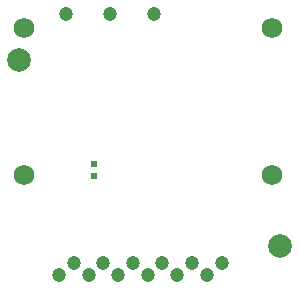
<source format=gbs>
G04*
G04 #@! TF.GenerationSoftware,Altium Limited,Altium Designer,20.0.13 (296)*
G04*
G04 Layer_Color=16711935*
%FSLAX44Y44*%
%MOMM*%
G71*
G01*
G75*
%ADD45C,2.0000*%
%ADD55C,1.7272*%
%ADD56C,0.6096*%
%ADD75C,1.2032*%
D45*
X-109000Y72000D02*
D03*
X112300Y-85100D02*
D03*
D55*
X105000Y-25690D02*
D03*
X-105000D02*
D03*
X105000Y99310D02*
D03*
X-105000D02*
D03*
D56*
X-45500Y-26200D02*
D03*
Y-16200D02*
D03*
D75*
X50000Y-110000D02*
D03*
X-75000D02*
D03*
X-50000D02*
D03*
X-25000D02*
D03*
X0D02*
D03*
X5750Y111375D02*
D03*
X25000Y-110000D02*
D03*
X-69125Y111375D02*
D03*
X-31500Y111375D02*
D03*
X12500Y-100000D02*
D03*
X-12500D02*
D03*
X62500D02*
D03*
X37500D02*
D03*
X-37755Y-99745D02*
D03*
X-62500Y-100000D02*
D03*
M02*

</source>
